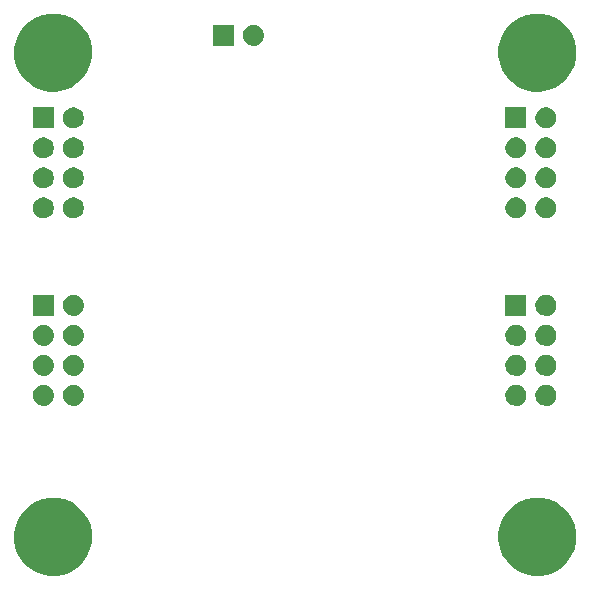
<source format=gbs>
G04 (created by PCBNEW (2013-04-19 BZR 4011)-stable) date 05/01/2015 14:14:49*
%MOIN*%
G04 Gerber Fmt 3.4, Leading zero omitted, Abs format*
%FSLAX34Y34*%
G01*
G70*
G90*
G04 APERTURE LIST*
%ADD10C,0*%
G04 APERTURE END LIST*
G54D10*
G36*
X1600Y-4717D02*
X1599Y-4792D01*
X1583Y-4862D01*
X1556Y-4922D01*
X1515Y-4981D01*
X1468Y-5026D01*
X1406Y-5064D01*
X1346Y-5088D01*
X1275Y-5101D01*
X1210Y-5099D01*
X1139Y-5084D01*
X1080Y-5058D01*
X1020Y-5016D01*
X975Y-4970D01*
X936Y-4909D01*
X912Y-4848D01*
X899Y-4777D01*
X900Y-4712D01*
X915Y-4641D01*
X940Y-4582D01*
X981Y-4522D01*
X1027Y-4477D01*
X1088Y-4437D01*
X1148Y-4413D01*
X1220Y-4399D01*
X1284Y-4399D01*
X1356Y-4414D01*
X1415Y-4439D01*
X1476Y-4480D01*
X1521Y-4525D01*
X1561Y-4586D01*
X1586Y-4645D01*
X1600Y-4717D01*
X1600Y-4717D01*
G37*
G36*
X1600Y-5717D02*
X1599Y-5792D01*
X1583Y-5862D01*
X1556Y-5922D01*
X1515Y-5981D01*
X1468Y-6026D01*
X1406Y-6064D01*
X1346Y-6088D01*
X1275Y-6101D01*
X1210Y-6099D01*
X1139Y-6084D01*
X1080Y-6058D01*
X1020Y-6016D01*
X975Y-5970D01*
X936Y-5909D01*
X912Y-5848D01*
X899Y-5777D01*
X900Y-5712D01*
X915Y-5641D01*
X940Y-5582D01*
X981Y-5522D01*
X1027Y-5477D01*
X1088Y-5437D01*
X1148Y-5413D01*
X1220Y-5399D01*
X1284Y-5399D01*
X1356Y-5414D01*
X1415Y-5439D01*
X1476Y-5480D01*
X1521Y-5525D01*
X1561Y-5586D01*
X1586Y-5645D01*
X1600Y-5717D01*
X1600Y-5717D01*
G37*
G36*
X1600Y-6717D02*
X1599Y-6792D01*
X1583Y-6862D01*
X1556Y-6922D01*
X1515Y-6981D01*
X1468Y-7026D01*
X1406Y-7064D01*
X1346Y-7088D01*
X1275Y-7101D01*
X1210Y-7099D01*
X1139Y-7084D01*
X1080Y-7058D01*
X1020Y-7016D01*
X975Y-6970D01*
X936Y-6909D01*
X912Y-6848D01*
X899Y-6777D01*
X900Y-6712D01*
X915Y-6641D01*
X940Y-6582D01*
X981Y-6522D01*
X1027Y-6477D01*
X1088Y-6437D01*
X1148Y-6413D01*
X1220Y-6399D01*
X1284Y-6399D01*
X1356Y-6414D01*
X1415Y-6439D01*
X1476Y-6480D01*
X1521Y-6525D01*
X1561Y-6586D01*
X1586Y-6645D01*
X1600Y-6717D01*
X1600Y-6717D01*
G37*
G36*
X1600Y-10967D02*
X1599Y-11042D01*
X1583Y-11112D01*
X1556Y-11172D01*
X1515Y-11231D01*
X1468Y-11276D01*
X1406Y-11314D01*
X1346Y-11338D01*
X1275Y-11351D01*
X1210Y-11349D01*
X1139Y-11334D01*
X1080Y-11308D01*
X1020Y-11266D01*
X975Y-11220D01*
X936Y-11159D01*
X912Y-11098D01*
X899Y-11027D01*
X900Y-10962D01*
X915Y-10891D01*
X940Y-10832D01*
X981Y-10772D01*
X1027Y-10727D01*
X1088Y-10687D01*
X1148Y-10663D01*
X1220Y-10649D01*
X1284Y-10649D01*
X1356Y-10664D01*
X1415Y-10689D01*
X1476Y-10730D01*
X1521Y-10775D01*
X1561Y-10836D01*
X1586Y-10895D01*
X1600Y-10967D01*
X1600Y-10967D01*
G37*
G36*
X1600Y-11967D02*
X1599Y-12042D01*
X1583Y-12112D01*
X1556Y-12172D01*
X1515Y-12231D01*
X1468Y-12276D01*
X1406Y-12314D01*
X1346Y-12338D01*
X1275Y-12351D01*
X1210Y-12349D01*
X1139Y-12334D01*
X1080Y-12308D01*
X1020Y-12266D01*
X975Y-12220D01*
X936Y-12159D01*
X912Y-12098D01*
X899Y-12027D01*
X900Y-11962D01*
X915Y-11891D01*
X940Y-11832D01*
X981Y-11772D01*
X1027Y-11727D01*
X1088Y-11687D01*
X1148Y-11663D01*
X1220Y-11649D01*
X1284Y-11649D01*
X1356Y-11664D01*
X1415Y-11689D01*
X1476Y-11730D01*
X1521Y-11775D01*
X1561Y-11836D01*
X1586Y-11895D01*
X1600Y-11967D01*
X1600Y-11967D01*
G37*
G36*
X1600Y-12967D02*
X1599Y-13042D01*
X1583Y-13112D01*
X1556Y-13172D01*
X1515Y-13231D01*
X1468Y-13276D01*
X1406Y-13314D01*
X1346Y-13338D01*
X1275Y-13351D01*
X1210Y-13349D01*
X1139Y-13334D01*
X1080Y-13308D01*
X1020Y-13266D01*
X975Y-13220D01*
X936Y-13159D01*
X912Y-13098D01*
X899Y-13027D01*
X900Y-12962D01*
X915Y-12891D01*
X940Y-12832D01*
X981Y-12772D01*
X1027Y-12727D01*
X1088Y-12687D01*
X1148Y-12663D01*
X1220Y-12649D01*
X1284Y-12649D01*
X1356Y-12664D01*
X1415Y-12689D01*
X1476Y-12730D01*
X1521Y-12775D01*
X1561Y-12836D01*
X1586Y-12895D01*
X1600Y-12967D01*
X1600Y-12967D01*
G37*
G36*
X1600Y-4100D02*
X899Y-4100D01*
X899Y-3399D01*
X1600Y-3399D01*
X1600Y-4100D01*
X1600Y-4100D01*
G37*
G36*
X1600Y-10350D02*
X899Y-10350D01*
X899Y-9649D01*
X1600Y-9649D01*
X1600Y-10350D01*
X1600Y-10350D01*
G37*
G36*
X2600Y-3717D02*
X2599Y-3792D01*
X2583Y-3862D01*
X2556Y-3922D01*
X2515Y-3981D01*
X2468Y-4026D01*
X2406Y-4064D01*
X2346Y-4088D01*
X2275Y-4101D01*
X2210Y-4099D01*
X2139Y-4084D01*
X2080Y-4058D01*
X2020Y-4016D01*
X1975Y-3970D01*
X1936Y-3909D01*
X1912Y-3848D01*
X1899Y-3777D01*
X1900Y-3712D01*
X1915Y-3641D01*
X1940Y-3582D01*
X1981Y-3522D01*
X2027Y-3477D01*
X2088Y-3437D01*
X2148Y-3413D01*
X2220Y-3399D01*
X2284Y-3399D01*
X2356Y-3414D01*
X2415Y-3439D01*
X2476Y-3480D01*
X2521Y-3525D01*
X2561Y-3586D01*
X2586Y-3645D01*
X2600Y-3717D01*
X2600Y-3717D01*
G37*
G36*
X2600Y-4717D02*
X2599Y-4792D01*
X2583Y-4862D01*
X2556Y-4922D01*
X2515Y-4981D01*
X2468Y-5026D01*
X2406Y-5064D01*
X2346Y-5088D01*
X2275Y-5101D01*
X2210Y-5099D01*
X2139Y-5084D01*
X2080Y-5058D01*
X2020Y-5016D01*
X1975Y-4970D01*
X1936Y-4909D01*
X1912Y-4848D01*
X1899Y-4777D01*
X1900Y-4712D01*
X1915Y-4641D01*
X1940Y-4582D01*
X1981Y-4522D01*
X2027Y-4477D01*
X2088Y-4437D01*
X2148Y-4413D01*
X2220Y-4399D01*
X2284Y-4399D01*
X2356Y-4414D01*
X2415Y-4439D01*
X2476Y-4480D01*
X2521Y-4525D01*
X2561Y-4586D01*
X2586Y-4645D01*
X2600Y-4717D01*
X2600Y-4717D01*
G37*
G36*
X2600Y-5717D02*
X2599Y-5792D01*
X2583Y-5862D01*
X2556Y-5922D01*
X2515Y-5981D01*
X2468Y-6026D01*
X2406Y-6064D01*
X2346Y-6088D01*
X2275Y-6101D01*
X2210Y-6099D01*
X2139Y-6084D01*
X2080Y-6058D01*
X2020Y-6016D01*
X1975Y-5970D01*
X1936Y-5909D01*
X1912Y-5848D01*
X1899Y-5777D01*
X1900Y-5712D01*
X1915Y-5641D01*
X1940Y-5582D01*
X1981Y-5522D01*
X2027Y-5477D01*
X2088Y-5437D01*
X2148Y-5413D01*
X2220Y-5399D01*
X2284Y-5399D01*
X2356Y-5414D01*
X2415Y-5439D01*
X2476Y-5480D01*
X2521Y-5525D01*
X2561Y-5586D01*
X2586Y-5645D01*
X2600Y-5717D01*
X2600Y-5717D01*
G37*
G36*
X2600Y-6717D02*
X2599Y-6792D01*
X2583Y-6862D01*
X2556Y-6922D01*
X2515Y-6981D01*
X2468Y-7026D01*
X2406Y-7064D01*
X2346Y-7088D01*
X2275Y-7101D01*
X2210Y-7099D01*
X2139Y-7084D01*
X2080Y-7058D01*
X2020Y-7016D01*
X1975Y-6970D01*
X1936Y-6909D01*
X1912Y-6848D01*
X1899Y-6777D01*
X1900Y-6712D01*
X1915Y-6641D01*
X1940Y-6582D01*
X1981Y-6522D01*
X2027Y-6477D01*
X2088Y-6437D01*
X2148Y-6413D01*
X2220Y-6399D01*
X2284Y-6399D01*
X2356Y-6414D01*
X2415Y-6439D01*
X2476Y-6480D01*
X2521Y-6525D01*
X2561Y-6586D01*
X2586Y-6645D01*
X2600Y-6717D01*
X2600Y-6717D01*
G37*
G36*
X2600Y-9967D02*
X2599Y-10042D01*
X2583Y-10112D01*
X2556Y-10172D01*
X2515Y-10231D01*
X2468Y-10276D01*
X2406Y-10314D01*
X2346Y-10338D01*
X2275Y-10351D01*
X2210Y-10349D01*
X2139Y-10334D01*
X2080Y-10308D01*
X2020Y-10266D01*
X1975Y-10220D01*
X1936Y-10159D01*
X1912Y-10098D01*
X1899Y-10027D01*
X1900Y-9962D01*
X1915Y-9891D01*
X1940Y-9832D01*
X1981Y-9772D01*
X2027Y-9727D01*
X2088Y-9687D01*
X2148Y-9663D01*
X2220Y-9649D01*
X2284Y-9649D01*
X2356Y-9664D01*
X2415Y-9689D01*
X2476Y-9730D01*
X2521Y-9775D01*
X2561Y-9836D01*
X2586Y-9895D01*
X2600Y-9967D01*
X2600Y-9967D01*
G37*
G36*
X2600Y-10967D02*
X2599Y-11042D01*
X2583Y-11112D01*
X2556Y-11172D01*
X2515Y-11231D01*
X2468Y-11276D01*
X2406Y-11314D01*
X2346Y-11338D01*
X2275Y-11351D01*
X2210Y-11349D01*
X2139Y-11334D01*
X2080Y-11308D01*
X2020Y-11266D01*
X1975Y-11220D01*
X1936Y-11159D01*
X1912Y-11098D01*
X1899Y-11027D01*
X1900Y-10962D01*
X1915Y-10891D01*
X1940Y-10832D01*
X1981Y-10772D01*
X2027Y-10727D01*
X2088Y-10687D01*
X2148Y-10663D01*
X2220Y-10649D01*
X2284Y-10649D01*
X2356Y-10664D01*
X2415Y-10689D01*
X2476Y-10730D01*
X2521Y-10775D01*
X2561Y-10836D01*
X2586Y-10895D01*
X2600Y-10967D01*
X2600Y-10967D01*
G37*
G36*
X2600Y-11967D02*
X2599Y-12042D01*
X2583Y-12112D01*
X2556Y-12172D01*
X2515Y-12231D01*
X2468Y-12276D01*
X2406Y-12314D01*
X2346Y-12338D01*
X2275Y-12351D01*
X2210Y-12349D01*
X2139Y-12334D01*
X2080Y-12308D01*
X2020Y-12266D01*
X1975Y-12220D01*
X1936Y-12159D01*
X1912Y-12098D01*
X1899Y-12027D01*
X1900Y-11962D01*
X1915Y-11891D01*
X1940Y-11832D01*
X1981Y-11772D01*
X2027Y-11727D01*
X2088Y-11687D01*
X2148Y-11663D01*
X2220Y-11649D01*
X2284Y-11649D01*
X2356Y-11664D01*
X2415Y-11689D01*
X2476Y-11730D01*
X2521Y-11775D01*
X2561Y-11836D01*
X2586Y-11895D01*
X2600Y-11967D01*
X2600Y-11967D01*
G37*
G36*
X2600Y-12967D02*
X2599Y-13042D01*
X2583Y-13112D01*
X2556Y-13172D01*
X2515Y-13231D01*
X2468Y-13276D01*
X2406Y-13314D01*
X2346Y-13338D01*
X2275Y-13351D01*
X2210Y-13349D01*
X2139Y-13334D01*
X2080Y-13308D01*
X2020Y-13266D01*
X1975Y-13220D01*
X1936Y-13159D01*
X1912Y-13098D01*
X1899Y-13027D01*
X1900Y-12962D01*
X1915Y-12891D01*
X1940Y-12832D01*
X1981Y-12772D01*
X2027Y-12727D01*
X2088Y-12687D01*
X2148Y-12663D01*
X2220Y-12649D01*
X2284Y-12649D01*
X2356Y-12664D01*
X2415Y-12689D01*
X2476Y-12730D01*
X2521Y-12775D01*
X2561Y-12836D01*
X2586Y-12895D01*
X2600Y-12967D01*
X2600Y-12967D01*
G37*
G36*
X2875Y-1449D02*
X2871Y-1736D01*
X2813Y-1988D01*
X2711Y-2218D01*
X2562Y-2429D01*
X2380Y-2603D01*
X2162Y-2741D01*
X1927Y-2832D01*
X1673Y-2877D01*
X1422Y-2872D01*
X1169Y-2816D01*
X939Y-2716D01*
X726Y-2568D01*
X552Y-2387D01*
X411Y-2170D01*
X319Y-1936D01*
X272Y-1682D01*
X276Y-1431D01*
X330Y-1177D01*
X428Y-947D01*
X575Y-733D01*
X754Y-557D01*
X971Y-415D01*
X1203Y-322D01*
X1458Y-273D01*
X1709Y-275D01*
X1963Y-327D01*
X2194Y-424D01*
X2409Y-569D01*
X2585Y-747D01*
X2729Y-963D01*
X2824Y-1194D01*
X2875Y-1449D01*
X2875Y-1449D01*
G37*
G36*
X2875Y-17590D02*
X2871Y-17878D01*
X2813Y-18130D01*
X2711Y-18360D01*
X2562Y-18571D01*
X2380Y-18744D01*
X2162Y-18883D01*
X1927Y-18974D01*
X1673Y-19019D01*
X1422Y-19014D01*
X1169Y-18958D01*
X939Y-18857D01*
X726Y-18710D01*
X552Y-18529D01*
X411Y-18311D01*
X319Y-18078D01*
X272Y-17823D01*
X276Y-17573D01*
X330Y-17319D01*
X428Y-17089D01*
X575Y-16875D01*
X754Y-16699D01*
X971Y-16557D01*
X1203Y-16463D01*
X1458Y-16415D01*
X1709Y-16416D01*
X1963Y-16469D01*
X2194Y-16566D01*
X2409Y-16711D01*
X2585Y-16888D01*
X2729Y-17105D01*
X2824Y-17336D01*
X2875Y-17590D01*
X2875Y-17590D01*
G37*
G36*
X7600Y-1350D02*
X6899Y-1350D01*
X6899Y-649D01*
X7600Y-649D01*
X7600Y-1350D01*
X7600Y-1350D01*
G37*
G36*
X8600Y-967D02*
X8599Y-1042D01*
X8583Y-1112D01*
X8556Y-1172D01*
X8515Y-1231D01*
X8468Y-1276D01*
X8406Y-1314D01*
X8346Y-1338D01*
X8275Y-1351D01*
X8210Y-1349D01*
X8139Y-1334D01*
X8080Y-1308D01*
X8020Y-1266D01*
X7975Y-1220D01*
X7936Y-1159D01*
X7912Y-1098D01*
X7899Y-1027D01*
X7900Y-962D01*
X7915Y-891D01*
X7940Y-832D01*
X7981Y-772D01*
X8027Y-727D01*
X8088Y-687D01*
X8148Y-663D01*
X8220Y-649D01*
X8284Y-649D01*
X8356Y-664D01*
X8415Y-689D01*
X8476Y-730D01*
X8521Y-775D01*
X8561Y-836D01*
X8586Y-895D01*
X8600Y-967D01*
X8600Y-967D01*
G37*
G36*
X17350Y-4717D02*
X17349Y-4792D01*
X17333Y-4862D01*
X17306Y-4922D01*
X17265Y-4981D01*
X17218Y-5026D01*
X17156Y-5064D01*
X17096Y-5088D01*
X17025Y-5101D01*
X16960Y-5099D01*
X16889Y-5084D01*
X16830Y-5058D01*
X16770Y-5016D01*
X16725Y-4970D01*
X16686Y-4909D01*
X16662Y-4848D01*
X16649Y-4777D01*
X16650Y-4712D01*
X16665Y-4641D01*
X16690Y-4582D01*
X16731Y-4522D01*
X16777Y-4477D01*
X16838Y-4437D01*
X16898Y-4413D01*
X16970Y-4399D01*
X17034Y-4399D01*
X17106Y-4414D01*
X17165Y-4439D01*
X17226Y-4480D01*
X17271Y-4525D01*
X17311Y-4586D01*
X17336Y-4645D01*
X17350Y-4717D01*
X17350Y-4717D01*
G37*
G36*
X17350Y-5717D02*
X17349Y-5792D01*
X17333Y-5862D01*
X17306Y-5922D01*
X17265Y-5981D01*
X17218Y-6026D01*
X17156Y-6064D01*
X17096Y-6088D01*
X17025Y-6101D01*
X16960Y-6099D01*
X16889Y-6084D01*
X16830Y-6058D01*
X16770Y-6016D01*
X16725Y-5970D01*
X16686Y-5909D01*
X16662Y-5848D01*
X16649Y-5777D01*
X16650Y-5712D01*
X16665Y-5641D01*
X16690Y-5582D01*
X16731Y-5522D01*
X16777Y-5477D01*
X16838Y-5437D01*
X16898Y-5413D01*
X16970Y-5399D01*
X17034Y-5399D01*
X17106Y-5414D01*
X17165Y-5439D01*
X17226Y-5480D01*
X17271Y-5525D01*
X17311Y-5586D01*
X17336Y-5645D01*
X17350Y-5717D01*
X17350Y-5717D01*
G37*
G36*
X17350Y-6717D02*
X17349Y-6792D01*
X17333Y-6862D01*
X17306Y-6922D01*
X17265Y-6981D01*
X17218Y-7026D01*
X17156Y-7064D01*
X17096Y-7088D01*
X17025Y-7101D01*
X16960Y-7099D01*
X16889Y-7084D01*
X16830Y-7058D01*
X16770Y-7016D01*
X16725Y-6970D01*
X16686Y-6909D01*
X16662Y-6848D01*
X16649Y-6777D01*
X16650Y-6712D01*
X16665Y-6641D01*
X16690Y-6582D01*
X16731Y-6522D01*
X16777Y-6477D01*
X16838Y-6437D01*
X16898Y-6413D01*
X16970Y-6399D01*
X17034Y-6399D01*
X17106Y-6414D01*
X17165Y-6439D01*
X17226Y-6480D01*
X17271Y-6525D01*
X17311Y-6586D01*
X17336Y-6645D01*
X17350Y-6717D01*
X17350Y-6717D01*
G37*
G36*
X17350Y-10967D02*
X17349Y-11042D01*
X17333Y-11112D01*
X17306Y-11172D01*
X17265Y-11231D01*
X17218Y-11276D01*
X17156Y-11314D01*
X17096Y-11338D01*
X17025Y-11351D01*
X16960Y-11349D01*
X16889Y-11334D01*
X16830Y-11308D01*
X16770Y-11266D01*
X16725Y-11220D01*
X16686Y-11159D01*
X16662Y-11098D01*
X16649Y-11027D01*
X16650Y-10962D01*
X16665Y-10891D01*
X16690Y-10832D01*
X16731Y-10772D01*
X16777Y-10727D01*
X16838Y-10687D01*
X16898Y-10663D01*
X16970Y-10649D01*
X17034Y-10649D01*
X17106Y-10664D01*
X17165Y-10689D01*
X17226Y-10730D01*
X17271Y-10775D01*
X17311Y-10836D01*
X17336Y-10895D01*
X17350Y-10967D01*
X17350Y-10967D01*
G37*
G36*
X17350Y-11967D02*
X17349Y-12042D01*
X17333Y-12112D01*
X17306Y-12172D01*
X17265Y-12231D01*
X17218Y-12276D01*
X17156Y-12314D01*
X17096Y-12338D01*
X17025Y-12351D01*
X16960Y-12349D01*
X16889Y-12334D01*
X16830Y-12308D01*
X16770Y-12266D01*
X16725Y-12220D01*
X16686Y-12159D01*
X16662Y-12098D01*
X16649Y-12027D01*
X16650Y-11962D01*
X16665Y-11891D01*
X16690Y-11832D01*
X16731Y-11772D01*
X16777Y-11727D01*
X16838Y-11687D01*
X16898Y-11663D01*
X16970Y-11649D01*
X17034Y-11649D01*
X17106Y-11664D01*
X17165Y-11689D01*
X17226Y-11730D01*
X17271Y-11775D01*
X17311Y-11836D01*
X17336Y-11895D01*
X17350Y-11967D01*
X17350Y-11967D01*
G37*
G36*
X17350Y-12967D02*
X17349Y-13042D01*
X17333Y-13112D01*
X17306Y-13172D01*
X17265Y-13231D01*
X17218Y-13276D01*
X17156Y-13314D01*
X17096Y-13338D01*
X17025Y-13351D01*
X16960Y-13349D01*
X16889Y-13334D01*
X16830Y-13308D01*
X16770Y-13266D01*
X16725Y-13220D01*
X16686Y-13159D01*
X16662Y-13098D01*
X16649Y-13027D01*
X16650Y-12962D01*
X16665Y-12891D01*
X16690Y-12832D01*
X16731Y-12772D01*
X16777Y-12727D01*
X16838Y-12687D01*
X16898Y-12663D01*
X16970Y-12649D01*
X17034Y-12649D01*
X17106Y-12664D01*
X17165Y-12689D01*
X17226Y-12730D01*
X17271Y-12775D01*
X17311Y-12836D01*
X17336Y-12895D01*
X17350Y-12967D01*
X17350Y-12967D01*
G37*
G36*
X17350Y-4100D02*
X16649Y-4100D01*
X16649Y-3399D01*
X17350Y-3399D01*
X17350Y-4100D01*
X17350Y-4100D01*
G37*
G36*
X17350Y-10350D02*
X16649Y-10350D01*
X16649Y-9649D01*
X17350Y-9649D01*
X17350Y-10350D01*
X17350Y-10350D01*
G37*
G36*
X18350Y-3717D02*
X18349Y-3792D01*
X18333Y-3862D01*
X18306Y-3922D01*
X18265Y-3981D01*
X18218Y-4026D01*
X18156Y-4064D01*
X18096Y-4088D01*
X18025Y-4101D01*
X17960Y-4099D01*
X17889Y-4084D01*
X17830Y-4058D01*
X17770Y-4016D01*
X17725Y-3970D01*
X17686Y-3909D01*
X17662Y-3848D01*
X17649Y-3777D01*
X17650Y-3712D01*
X17665Y-3641D01*
X17690Y-3582D01*
X17731Y-3522D01*
X17777Y-3477D01*
X17838Y-3437D01*
X17898Y-3413D01*
X17970Y-3399D01*
X18034Y-3399D01*
X18106Y-3414D01*
X18165Y-3439D01*
X18226Y-3480D01*
X18271Y-3525D01*
X18311Y-3586D01*
X18336Y-3645D01*
X18350Y-3717D01*
X18350Y-3717D01*
G37*
G36*
X18350Y-4717D02*
X18349Y-4792D01*
X18333Y-4862D01*
X18306Y-4922D01*
X18265Y-4981D01*
X18218Y-5026D01*
X18156Y-5064D01*
X18096Y-5088D01*
X18025Y-5101D01*
X17960Y-5099D01*
X17889Y-5084D01*
X17830Y-5058D01*
X17770Y-5016D01*
X17725Y-4970D01*
X17686Y-4909D01*
X17662Y-4848D01*
X17649Y-4777D01*
X17650Y-4712D01*
X17665Y-4641D01*
X17690Y-4582D01*
X17731Y-4522D01*
X17777Y-4477D01*
X17838Y-4437D01*
X17898Y-4413D01*
X17970Y-4399D01*
X18034Y-4399D01*
X18106Y-4414D01*
X18165Y-4439D01*
X18226Y-4480D01*
X18271Y-4525D01*
X18311Y-4586D01*
X18336Y-4645D01*
X18350Y-4717D01*
X18350Y-4717D01*
G37*
G36*
X18350Y-5717D02*
X18349Y-5792D01*
X18333Y-5862D01*
X18306Y-5922D01*
X18265Y-5981D01*
X18218Y-6026D01*
X18156Y-6064D01*
X18096Y-6088D01*
X18025Y-6101D01*
X17960Y-6099D01*
X17889Y-6084D01*
X17830Y-6058D01*
X17770Y-6016D01*
X17725Y-5970D01*
X17686Y-5909D01*
X17662Y-5848D01*
X17649Y-5777D01*
X17650Y-5712D01*
X17665Y-5641D01*
X17690Y-5582D01*
X17731Y-5522D01*
X17777Y-5477D01*
X17838Y-5437D01*
X17898Y-5413D01*
X17970Y-5399D01*
X18034Y-5399D01*
X18106Y-5414D01*
X18165Y-5439D01*
X18226Y-5480D01*
X18271Y-5525D01*
X18311Y-5586D01*
X18336Y-5645D01*
X18350Y-5717D01*
X18350Y-5717D01*
G37*
G36*
X18350Y-6717D02*
X18349Y-6792D01*
X18333Y-6862D01*
X18306Y-6922D01*
X18265Y-6981D01*
X18218Y-7026D01*
X18156Y-7064D01*
X18096Y-7088D01*
X18025Y-7101D01*
X17960Y-7099D01*
X17889Y-7084D01*
X17830Y-7058D01*
X17770Y-7016D01*
X17725Y-6970D01*
X17686Y-6909D01*
X17662Y-6848D01*
X17649Y-6777D01*
X17650Y-6712D01*
X17665Y-6641D01*
X17690Y-6582D01*
X17731Y-6522D01*
X17777Y-6477D01*
X17838Y-6437D01*
X17898Y-6413D01*
X17970Y-6399D01*
X18034Y-6399D01*
X18106Y-6414D01*
X18165Y-6439D01*
X18226Y-6480D01*
X18271Y-6525D01*
X18311Y-6586D01*
X18336Y-6645D01*
X18350Y-6717D01*
X18350Y-6717D01*
G37*
G36*
X18350Y-9967D02*
X18349Y-10042D01*
X18333Y-10112D01*
X18306Y-10172D01*
X18265Y-10231D01*
X18218Y-10276D01*
X18156Y-10314D01*
X18096Y-10338D01*
X18025Y-10351D01*
X17960Y-10349D01*
X17889Y-10334D01*
X17830Y-10308D01*
X17770Y-10266D01*
X17725Y-10220D01*
X17686Y-10159D01*
X17662Y-10098D01*
X17649Y-10027D01*
X17650Y-9962D01*
X17665Y-9891D01*
X17690Y-9832D01*
X17731Y-9772D01*
X17777Y-9727D01*
X17838Y-9687D01*
X17898Y-9663D01*
X17970Y-9649D01*
X18034Y-9649D01*
X18106Y-9664D01*
X18165Y-9689D01*
X18226Y-9730D01*
X18271Y-9775D01*
X18311Y-9836D01*
X18336Y-9895D01*
X18350Y-9967D01*
X18350Y-9967D01*
G37*
G36*
X18350Y-10967D02*
X18349Y-11042D01*
X18333Y-11112D01*
X18306Y-11172D01*
X18265Y-11231D01*
X18218Y-11276D01*
X18156Y-11314D01*
X18096Y-11338D01*
X18025Y-11351D01*
X17960Y-11349D01*
X17889Y-11334D01*
X17830Y-11308D01*
X17770Y-11266D01*
X17725Y-11220D01*
X17686Y-11159D01*
X17662Y-11098D01*
X17649Y-11027D01*
X17650Y-10962D01*
X17665Y-10891D01*
X17690Y-10832D01*
X17731Y-10772D01*
X17777Y-10727D01*
X17838Y-10687D01*
X17898Y-10663D01*
X17970Y-10649D01*
X18034Y-10649D01*
X18106Y-10664D01*
X18165Y-10689D01*
X18226Y-10730D01*
X18271Y-10775D01*
X18311Y-10836D01*
X18336Y-10895D01*
X18350Y-10967D01*
X18350Y-10967D01*
G37*
G36*
X18350Y-11967D02*
X18349Y-12042D01*
X18333Y-12112D01*
X18306Y-12172D01*
X18265Y-12231D01*
X18218Y-12276D01*
X18156Y-12314D01*
X18096Y-12338D01*
X18025Y-12351D01*
X17960Y-12349D01*
X17889Y-12334D01*
X17830Y-12308D01*
X17770Y-12266D01*
X17725Y-12220D01*
X17686Y-12159D01*
X17662Y-12098D01*
X17649Y-12027D01*
X17650Y-11962D01*
X17665Y-11891D01*
X17690Y-11832D01*
X17731Y-11772D01*
X17777Y-11727D01*
X17838Y-11687D01*
X17898Y-11663D01*
X17970Y-11649D01*
X18034Y-11649D01*
X18106Y-11664D01*
X18165Y-11689D01*
X18226Y-11730D01*
X18271Y-11775D01*
X18311Y-11836D01*
X18336Y-11895D01*
X18350Y-11967D01*
X18350Y-11967D01*
G37*
G36*
X18350Y-12967D02*
X18349Y-13042D01*
X18333Y-13112D01*
X18306Y-13172D01*
X18265Y-13231D01*
X18218Y-13276D01*
X18156Y-13314D01*
X18096Y-13338D01*
X18025Y-13351D01*
X17960Y-13349D01*
X17889Y-13334D01*
X17830Y-13308D01*
X17770Y-13266D01*
X17725Y-13220D01*
X17686Y-13159D01*
X17662Y-13098D01*
X17649Y-13027D01*
X17650Y-12962D01*
X17665Y-12891D01*
X17690Y-12832D01*
X17731Y-12772D01*
X17777Y-12727D01*
X17838Y-12687D01*
X17898Y-12663D01*
X17970Y-12649D01*
X18034Y-12649D01*
X18106Y-12664D01*
X18165Y-12689D01*
X18226Y-12730D01*
X18271Y-12775D01*
X18311Y-12836D01*
X18336Y-12895D01*
X18350Y-12967D01*
X18350Y-12967D01*
G37*
G36*
X19016Y-1449D02*
X19012Y-1736D01*
X18955Y-1988D01*
X18853Y-2218D01*
X18704Y-2429D01*
X18522Y-2603D01*
X18303Y-2741D01*
X18069Y-2832D01*
X17814Y-2877D01*
X17563Y-2872D01*
X17310Y-2816D01*
X17080Y-2716D01*
X16868Y-2568D01*
X16693Y-2387D01*
X16553Y-2170D01*
X16461Y-1936D01*
X16414Y-1682D01*
X16417Y-1431D01*
X16471Y-1177D01*
X16570Y-947D01*
X16717Y-733D01*
X16896Y-557D01*
X17113Y-415D01*
X17345Y-322D01*
X17600Y-273D01*
X17850Y-275D01*
X18105Y-327D01*
X18335Y-424D01*
X18551Y-569D01*
X18727Y-747D01*
X18871Y-963D01*
X18966Y-1194D01*
X19016Y-1449D01*
X19016Y-1449D01*
G37*
G36*
X19016Y-17590D02*
X19012Y-17878D01*
X18955Y-18130D01*
X18853Y-18360D01*
X18704Y-18571D01*
X18522Y-18744D01*
X18303Y-18883D01*
X18069Y-18974D01*
X17814Y-19019D01*
X17563Y-19014D01*
X17310Y-18958D01*
X17080Y-18857D01*
X16868Y-18710D01*
X16693Y-18529D01*
X16553Y-18311D01*
X16461Y-18078D01*
X16414Y-17823D01*
X16417Y-17573D01*
X16471Y-17319D01*
X16570Y-17089D01*
X16717Y-16875D01*
X16896Y-16699D01*
X17113Y-16557D01*
X17345Y-16463D01*
X17600Y-16415D01*
X17850Y-16416D01*
X18105Y-16469D01*
X18335Y-16566D01*
X18551Y-16711D01*
X18727Y-16888D01*
X18871Y-17105D01*
X18966Y-17336D01*
X19016Y-17590D01*
X19016Y-17590D01*
G37*
M02*

</source>
